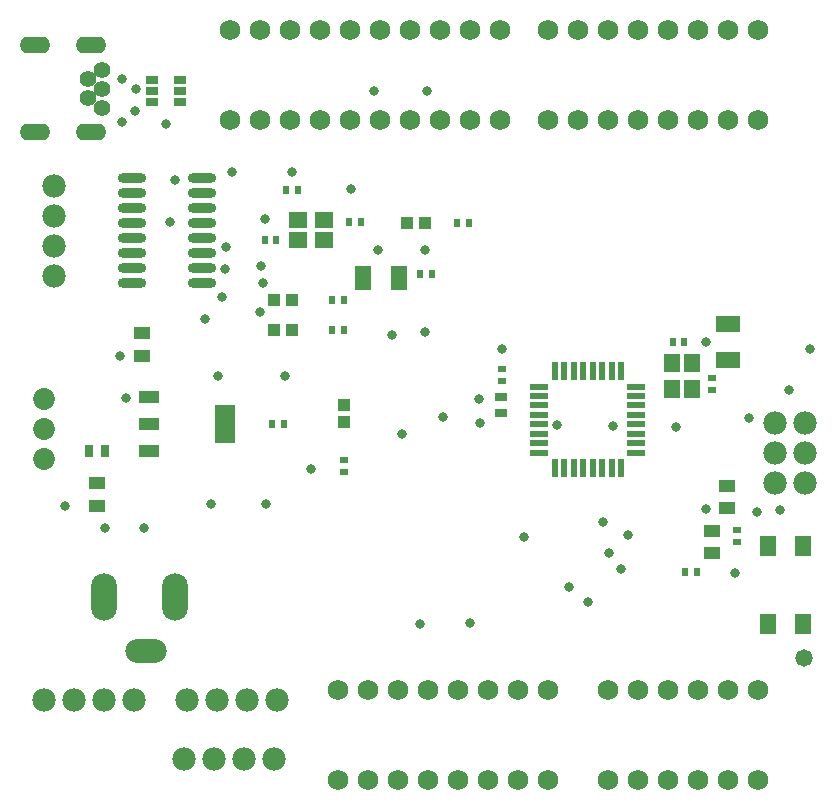
<source format=gts>
G04*
G04 #@! TF.GenerationSoftware,Altium Limited,Altium Designer,22.1.2 (22)*
G04*
G04 Layer_Color=8388736*
%FSLAX25Y25*%
%MOIN*%
G70*
G04*
G04 #@! TF.SameCoordinates,AD3CF4ED-2F77-40B5-8B07-5FF5FC0119D8*
G04*
G04*
G04 #@! TF.FilePolarity,Negative*
G04*
G01*
G75*
%ADD18R,0.05709X0.03937*%
%ADD23R,0.02362X0.02756*%
%ADD26R,0.02953X0.03937*%
%ADD31R,0.02756X0.02362*%
%ADD35R,0.03937X0.02953*%
%ADD36O,0.09461X0.03200*%
%ADD37R,0.02200X0.06000*%
%ADD38R,0.06000X0.02200*%
%ADD39R,0.05524X0.06311*%
%ADD40R,0.05524X0.06706*%
%ADD41R,0.03950X0.03950*%
%ADD42R,0.07100X0.13000*%
%ADD43R,0.07100X0.04100*%
%ADD44R,0.06311X0.05524*%
%ADD45R,0.03950X0.03950*%
%ADD46R,0.04137X0.02956*%
%ADD47R,0.05200X0.07900*%
%ADD48R,0.07900X0.05200*%
%ADD49O,0.08674X0.15761*%
%ADD50O,0.13792X0.07887*%
%ADD51C,0.07800*%
%ADD52O,0.10249X0.05524*%
%ADD53C,0.05524*%
%ADD54C,0.07296*%
%ADD55C,0.06800*%
%ADD56C,0.03300*%
%ADD57C,0.05800*%
D18*
X239700Y100460D02*
D03*
Y107940D02*
D03*
X29500Y101260D02*
D03*
Y108740D02*
D03*
X234500Y85360D02*
D03*
Y92840D02*
D03*
X44500Y158740D02*
D03*
Y151260D02*
D03*
D23*
X225368Y155900D02*
D03*
X221431D02*
D03*
X91969Y128500D02*
D03*
X88032D02*
D03*
X117469Y196000D02*
D03*
X113531D02*
D03*
X85431Y190000D02*
D03*
X89368D02*
D03*
X96469Y206500D02*
D03*
X92532D02*
D03*
X137331Y178400D02*
D03*
X141269D02*
D03*
X225731Y79200D02*
D03*
X229668D02*
D03*
X153469Y195500D02*
D03*
X149531D02*
D03*
X111969Y160000D02*
D03*
X108031D02*
D03*
X111969Y170000D02*
D03*
X108031D02*
D03*
D26*
X32256Y119400D02*
D03*
X26744D02*
D03*
D31*
X112000Y116469D02*
D03*
Y112531D02*
D03*
X242800Y89231D02*
D03*
Y93168D02*
D03*
X234700Y143769D02*
D03*
Y139831D02*
D03*
X164500Y142931D02*
D03*
Y146869D02*
D03*
D35*
X164400Y132144D02*
D03*
Y137656D02*
D03*
D36*
X64700Y175500D02*
D03*
Y180500D02*
D03*
Y185500D02*
D03*
Y190500D02*
D03*
Y195500D02*
D03*
Y200500D02*
D03*
Y205500D02*
D03*
Y210500D02*
D03*
X41300D02*
D03*
Y205500D02*
D03*
Y200500D02*
D03*
Y195500D02*
D03*
Y190500D02*
D03*
Y185500D02*
D03*
Y180500D02*
D03*
Y175500D02*
D03*
D37*
X204193Y113800D02*
D03*
X201093D02*
D03*
X197893D02*
D03*
X194793D02*
D03*
X191593D02*
D03*
X188493D02*
D03*
X185293D02*
D03*
X182193D02*
D03*
Y146200D02*
D03*
X185293D02*
D03*
X188493D02*
D03*
X191593D02*
D03*
X194793D02*
D03*
X197893D02*
D03*
X201093D02*
D03*
X204193D02*
D03*
D38*
X176993Y119000D02*
D03*
Y122100D02*
D03*
Y125300D02*
D03*
Y128400D02*
D03*
Y131600D02*
D03*
Y134700D02*
D03*
Y137900D02*
D03*
Y141000D02*
D03*
X209393D02*
D03*
Y137900D02*
D03*
Y134700D02*
D03*
Y131600D02*
D03*
Y128400D02*
D03*
Y125300D02*
D03*
Y122100D02*
D03*
Y119000D02*
D03*
D39*
X221150Y148932D02*
D03*
Y140270D02*
D03*
X227843Y148931D02*
D03*
Y140270D02*
D03*
D40*
X253095Y87992D02*
D03*
X264906Y62008D02*
D03*
X253095D02*
D03*
X264906Y87992D02*
D03*
D41*
X133047Y195500D02*
D03*
X138953D02*
D03*
X88547Y160000D02*
D03*
X94453D02*
D03*
X88547Y170000D02*
D03*
X94453D02*
D03*
D42*
X72100Y128500D02*
D03*
D43*
X46900Y137600D02*
D03*
Y128500D02*
D03*
Y119400D02*
D03*
D44*
X105332Y196650D02*
D03*
X96670D02*
D03*
X105331Y189957D02*
D03*
X96670D02*
D03*
D45*
X112000Y129047D02*
D03*
Y134953D02*
D03*
D46*
X47923Y243240D02*
D03*
Y239500D02*
D03*
Y235760D02*
D03*
X57224D02*
D03*
Y239500D02*
D03*
Y243240D02*
D03*
D47*
X130200Y177200D02*
D03*
X118400D02*
D03*
D48*
X240000Y161800D02*
D03*
Y150000D02*
D03*
D49*
X55622Y71000D02*
D03*
X32000D02*
D03*
D50*
X45779Y52693D02*
D03*
D51*
X265500Y109000D02*
D03*
X255500D02*
D03*
X265500Y119000D02*
D03*
X255500D02*
D03*
X265500Y129000D02*
D03*
X255500D02*
D03*
X78500Y17000D02*
D03*
X88500D02*
D03*
X58500D02*
D03*
X68500D02*
D03*
X32000Y36500D02*
D03*
X42000D02*
D03*
X12000D02*
D03*
X22000D02*
D03*
X79500D02*
D03*
X89500D02*
D03*
X59500D02*
D03*
X69500D02*
D03*
X15300Y198000D02*
D03*
Y208000D02*
D03*
Y178000D02*
D03*
Y188000D02*
D03*
D52*
X9000Y225709D02*
D03*
X27701D02*
D03*
Y255000D02*
D03*
X9000D02*
D03*
D53*
X31251Y246575D02*
D03*
X26512Y243426D02*
D03*
Y237127D02*
D03*
X31251Y240276D02*
D03*
Y233977D02*
D03*
D54*
X12000Y137000D02*
D03*
Y127000D02*
D03*
Y117000D02*
D03*
D55*
X164000Y230000D02*
D03*
X154000D02*
D03*
X144000D02*
D03*
X134000D02*
D03*
X124000D02*
D03*
X114000D02*
D03*
X104000D02*
D03*
X94000D02*
D03*
X84000D02*
D03*
X74000D02*
D03*
X250000Y40000D02*
D03*
X240000D02*
D03*
X230000D02*
D03*
X220000D02*
D03*
X210000D02*
D03*
X200000D02*
D03*
X164000Y260000D02*
D03*
X154000D02*
D03*
X144000D02*
D03*
X134000D02*
D03*
X124000D02*
D03*
X114000D02*
D03*
X104000D02*
D03*
X94000D02*
D03*
X84000D02*
D03*
X74000D02*
D03*
X250000Y10000D02*
D03*
X240000D02*
D03*
X230000D02*
D03*
X220000D02*
D03*
X210000D02*
D03*
X200000D02*
D03*
X180000Y230000D02*
D03*
X190000D02*
D03*
X200000D02*
D03*
X210000D02*
D03*
X220000D02*
D03*
X230000D02*
D03*
X240000D02*
D03*
X250000D02*
D03*
X180000Y40000D02*
D03*
X170000D02*
D03*
X160000D02*
D03*
X150000D02*
D03*
X140000D02*
D03*
X130000D02*
D03*
X120000D02*
D03*
X110000D02*
D03*
X250000Y260000D02*
D03*
X240000D02*
D03*
X230000D02*
D03*
X220000D02*
D03*
X210000D02*
D03*
X200000D02*
D03*
X190000D02*
D03*
X180000D02*
D03*
Y10000D02*
D03*
X170000D02*
D03*
X160000D02*
D03*
X150000D02*
D03*
X140000D02*
D03*
X130000D02*
D03*
X120000D02*
D03*
X110000D02*
D03*
D56*
X232500Y100300D02*
D03*
X69800Y144500D02*
D03*
X74600Y212600D02*
D03*
X52500Y228500D02*
D03*
X19000Y101200D02*
D03*
X267100Y153600D02*
D03*
X201500Y128000D02*
D03*
X183000Y128100D02*
D03*
X121900Y239400D02*
D03*
X139500Y239500D02*
D03*
X94500Y212500D02*
D03*
X85568Y197000D02*
D03*
X54000Y196000D02*
D03*
X42300Y232700D02*
D03*
X37900Y229300D02*
D03*
X42420Y240276D02*
D03*
X38000Y243600D02*
D03*
X37100Y151300D02*
D03*
X55600Y210000D02*
D03*
X144800Y130800D02*
D03*
X131100Y125200D02*
D03*
X137300Y62000D02*
D03*
X72100Y180300D02*
D03*
X72600Y187400D02*
D03*
X71200Y170800D02*
D03*
X83800Y165800D02*
D03*
X84900Y175600D02*
D03*
X45300Y93800D02*
D03*
X206600Y91400D02*
D03*
X204300Y80200D02*
D03*
X260100Y140000D02*
D03*
X246900Y130600D02*
D03*
X222500Y127450D02*
D03*
X156800Y136700D02*
D03*
X157400Y128894D02*
D03*
X164500Y153500D02*
D03*
X200200Y85500D02*
D03*
X138800Y159200D02*
D03*
X127800Y158100D02*
D03*
X84300Y181100D02*
D03*
X242400Y79000D02*
D03*
X92100Y144400D02*
D03*
X100900Y113500D02*
D03*
X232600Y155800D02*
D03*
X171900Y90800D02*
D03*
X249700Y99200D02*
D03*
X257400Y99700D02*
D03*
X114200Y206700D02*
D03*
X123100Y186600D02*
D03*
X154000Y62100D02*
D03*
X85900Y102000D02*
D03*
X67700Y101800D02*
D03*
X32400Y93700D02*
D03*
X65500Y163400D02*
D03*
X193100Y69200D02*
D03*
X187000Y74100D02*
D03*
X198300Y95900D02*
D03*
X138900Y186500D02*
D03*
X39300Y137300D02*
D03*
D57*
X265100Y50500D02*
D03*
M02*

</source>
